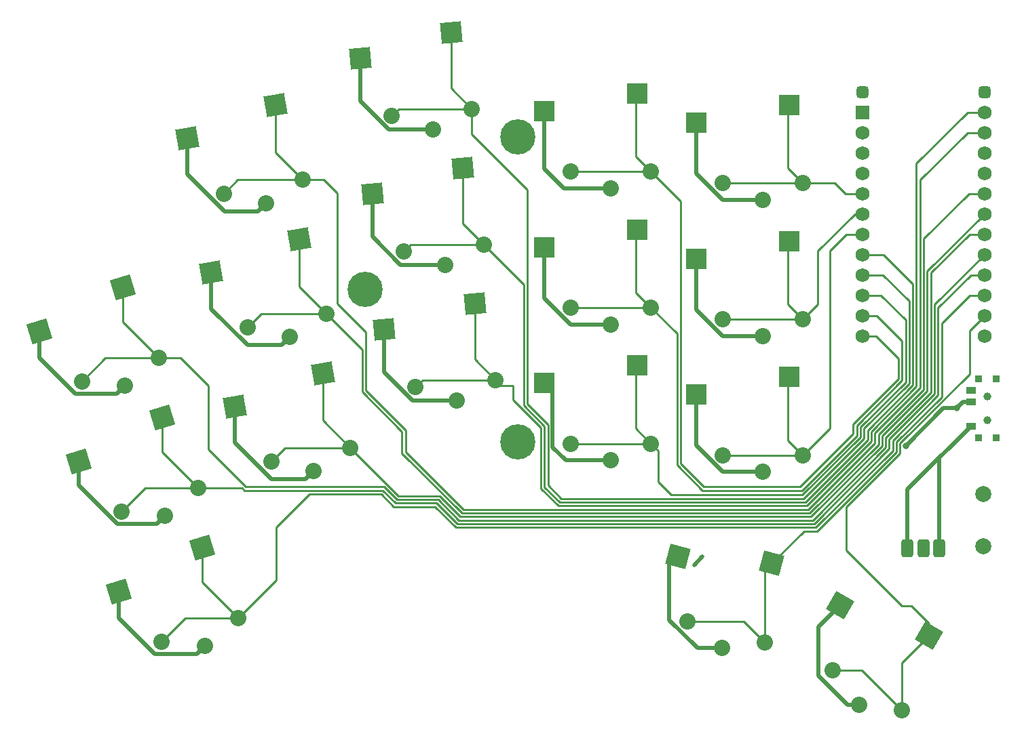
<source format=gtl>
%TF.GenerationSoftware,KiCad,Pcbnew,(6.0.4-0)*%
%TF.CreationDate,2022-04-27T15:29:03+02:00*%
%TF.ProjectId,duck-shorter-thumb,6475636b-2d73-4686-9f72-7465722d7468,v1.0.0*%
%TF.SameCoordinates,Original*%
%TF.FileFunction,Copper,L1,Top*%
%TF.FilePolarity,Positive*%
%FSLAX46Y46*%
G04 Gerber Fmt 4.6, Leading zero omitted, Abs format (unit mm)*
G04 Created by KiCad (PCBNEW (6.0.4-0)) date 2022-04-27 15:29:03*
%MOMM*%
%LPD*%
G01*
G04 APERTURE LIST*
G04 Aperture macros list*
%AMRoundRect*
0 Rectangle with rounded corners*
0 $1 Rounding radius*
0 $2 $3 $4 $5 $6 $7 $8 $9 X,Y pos of 4 corners*
0 Add a 4 corners polygon primitive as box body*
4,1,4,$2,$3,$4,$5,$6,$7,$8,$9,$2,$3,0*
0 Add four circle primitives for the rounded corners*
1,1,$1+$1,$2,$3*
1,1,$1+$1,$4,$5*
1,1,$1+$1,$6,$7*
1,1,$1+$1,$8,$9*
0 Add four rect primitives between the rounded corners*
20,1,$1+$1,$2,$3,$4,$5,0*
20,1,$1+$1,$4,$5,$6,$7,0*
20,1,$1+$1,$6,$7,$8,$9,0*
20,1,$1+$1,$8,$9,$2,$3,0*%
%AMRotRect*
0 Rectangle, with rotation*
0 The origin of the aperture is its center*
0 $1 length*
0 $2 width*
0 $3 Rotation angle, in degrees counterclockwise*
0 Add horizontal line*
21,1,$1,$2,0,0,$3*%
G04 Aperture macros list end*
%TA.AperFunction,SMDPad,CuDef*%
%ADD10R,0.900000X0.900000*%
%TD*%
%TA.AperFunction,SMDPad,CuDef*%
%ADD11R,1.250000X0.900000*%
%TD*%
%TA.AperFunction,ComponentPad*%
%ADD12RoundRect,0.375000X-0.375000X-0.750000X0.375000X-0.750000X0.375000X0.750000X-0.375000X0.750000X0*%
%TD*%
%TA.AperFunction,ComponentPad*%
%ADD13C,2.000000*%
%TD*%
%TA.AperFunction,SMDPad,CuDef*%
%ADD14RotRect,2.600000X2.600000X10.000000*%
%TD*%
%TA.AperFunction,ComponentPad*%
%ADD15C,2.032000*%
%TD*%
%TA.AperFunction,SMDPad,CuDef*%
%ADD16RotRect,2.600000X2.600000X5.000000*%
%TD*%
%TA.AperFunction,SMDPad,CuDef*%
%ADD17R,2.600000X2.600000*%
%TD*%
%TA.AperFunction,SMDPad,CuDef*%
%ADD18RotRect,2.600000X2.600000X330.000000*%
%TD*%
%TA.AperFunction,WasherPad*%
%ADD19C,1.000000*%
%TD*%
%TA.AperFunction,SMDPad,CuDef*%
%ADD20RotRect,2.600000X2.600000X17.000000*%
%TD*%
%TA.AperFunction,SMDPad,CuDef*%
%ADD21RotRect,2.600000X2.600000X345.000000*%
%TD*%
%TA.AperFunction,ComponentPad*%
%ADD22R,1.752600X1.752600*%
%TD*%
%TA.AperFunction,ComponentPad*%
%ADD23C,1.752600*%
%TD*%
%TA.AperFunction,ComponentPad*%
%ADD24RoundRect,0.375000X-0.375000X-0.375000X0.375000X-0.375000X0.375000X0.375000X-0.375000X0.375000X0*%
%TD*%
%TA.AperFunction,ComponentPad*%
%ADD25C,4.400000*%
%TD*%
%TA.AperFunction,ViaPad*%
%ADD26C,0.800000*%
%TD*%
%TA.AperFunction,Conductor*%
%ADD27C,0.250000*%
%TD*%
%TA.AperFunction,Conductor*%
%ADD28C,0.500000*%
%TD*%
G04 APERTURE END LIST*
D10*
%TO.P,T1,*%
%TO.N,*%
X161311087Y69616483D03*
X163511087Y77016483D03*
X163511087Y69616483D03*
X161311087Y77016483D03*
D11*
%TO.P,T1,1*%
%TO.N,Braw*%
X160336087Y71066483D03*
%TO.P,T1,2*%
%TO.N,Bplus*%
X160336087Y74066483D03*
%TO.P,T1,3*%
%TO.N,N/C*%
X160336087Y75566483D03*
%TD*%
D12*
%TO.P,PAD1,1*%
%TO.N,Braw*%
X152411087Y55816483D03*
X156411087Y55816483D03*
%TO.P,PAD1,2*%
%TO.N,Bminus*%
X154411087Y55816483D03*
%TD*%
D13*
%TO.P,B1,1*%
%TO.N,RST*%
X161911087Y56066483D03*
%TO.P,B1,2*%
%TO.N,GND*%
X161911087Y62566483D03*
%TD*%
D14*
%TO.P,S11,1*%
%TO.N,P0*%
X73579149Y111173371D03*
%TO.P,S11,2*%
%TO.N,GND*%
X62586645Y107001157D03*
%TD*%
D15*
%TO.P,S34,1*%
%TO.N,P8*%
X143081355Y40569316D03*
X151741609Y35569316D03*
%TO.P,S34,2*%
%TO.N,GND*%
X146361482Y36250663D03*
X146361482Y36250663D03*
%TD*%
D16*
%TO.P,S15,1*%
%TO.N,P18*%
X96965604Y103326961D03*
%TO.P,S15,2*%
%TO.N,GND*%
X85651298Y100128683D03*
%TD*%
D17*
%TO.P,S21,1*%
%TO.N,P16*%
X118686087Y95636017D03*
%TO.P,S21,2*%
%TO.N,GND*%
X107136087Y93436017D03*
%TD*%
D15*
%TO.P,S8,1*%
%TO.N,P3*%
X73026972Y66651093D03*
X82875050Y68387574D03*
%TO.P,S8,2*%
%TO.N,GND*%
X78315672Y65451237D03*
X78315672Y65451237D03*
%TD*%
%TO.P,S14,1*%
%TO.N,P1*%
X91053509Y75957538D03*
X101015456Y76829096D03*
%TO.P,S14,2*%
%TO.N,GND*%
X96217510Y74301308D03*
X96217510Y74301308D03*
%TD*%
%TO.P,S20,1*%
%TO.N,P14*%
X120411087Y68886017D03*
X110411087Y68886017D03*
%TO.P,S20,2*%
%TO.N,GND*%
X115411087Y66786017D03*
X115411087Y66786017D03*
%TD*%
%TO.P,S28,1*%
%TO.N,P20*%
X129377759Y84446289D03*
X139377759Y84446289D03*
%TO.P,S28,2*%
%TO.N,GND*%
X134377759Y82346289D03*
X134377759Y82346289D03*
%TD*%
%TO.P,S26,1*%
%TO.N,P19*%
X129377759Y67446289D03*
X139377759Y67446289D03*
%TO.P,S26,2*%
%TO.N,GND*%
X134377759Y65346289D03*
X134377759Y65346289D03*
%TD*%
D17*
%TO.P,S29,1*%
%TO.N,P21*%
X137652759Y111196289D03*
%TO.P,S29,2*%
%TO.N,GND*%
X126102759Y108996289D03*
%TD*%
D18*
%TO.P,S33,1*%
%TO.N,P8*%
X155122715Y44875564D03*
%TO.P,S33,2*%
%TO.N,GND*%
X144020122Y48745308D03*
%TD*%
D14*
%TO.P,S7,1*%
%TO.N,P3*%
X79483187Y77689907D03*
%TO.P,S7,2*%
%TO.N,GND*%
X68490683Y73517693D03*
%TD*%
D15*
%TO.P,S2,1*%
%TO.N,P6*%
X59359170Y44161364D03*
X68922217Y47085081D03*
%TO.P,S2,2*%
%TO.N,GND*%
X64754674Y43614983D03*
X64754674Y43614983D03*
%TD*%
D19*
%TO.P,T2,*%
%TO.N,*%
X162411087Y74816483D03*
X162411087Y71816483D03*
%TD*%
D20*
%TO.P,S1,1*%
%TO.N,P6*%
X64421967Y55904712D03*
%TO.P,S1,2*%
%TO.N,GND*%
X54019865Y50423948D03*
%TD*%
%TO.P,S5,1*%
%TO.N,P4*%
X54481329Y88419074D03*
%TO.P,S5,2*%
%TO.N,GND*%
X44079227Y82938310D03*
%TD*%
D17*
%TO.P,S27,1*%
%TO.N,P20*%
X137652759Y94196289D03*
%TO.P,S27,2*%
%TO.N,GND*%
X126102759Y91996289D03*
%TD*%
D14*
%TO.P,S9,1*%
%TO.N,P2*%
X76531168Y94431639D03*
%TO.P,S9,2*%
%TO.N,GND*%
X65538664Y90259425D03*
%TD*%
D15*
%TO.P,S16,1*%
%TO.N,P18*%
X99533808Y93764406D03*
X89571861Y92892848D03*
%TO.P,S16,2*%
%TO.N,GND*%
X94735862Y91236618D03*
X94735862Y91236618D03*
%TD*%
%TO.P,S30,1*%
%TO.N,P21*%
X139377759Y101446289D03*
X129377759Y101446289D03*
%TO.P,S30,2*%
%TO.N,GND*%
X134377759Y99346289D03*
X134377759Y99346289D03*
%TD*%
D16*
%TO.P,S13,1*%
%TO.N,P1*%
X98447252Y86391651D03*
%TO.P,S13,2*%
%TO.N,GND*%
X87132946Y83193373D03*
%TD*%
D15*
%TO.P,S24,1*%
%TO.N,P10*%
X110411087Y102886017D03*
X120411087Y102886017D03*
%TO.P,S24,2*%
%TO.N,GND*%
X115411087Y100786017D03*
X115411087Y100786017D03*
%TD*%
D16*
%TO.P,S17,1*%
%TO.N,P15*%
X95483957Y120262271D03*
%TO.P,S17,2*%
%TO.N,GND*%
X84169651Y117063993D03*
%TD*%
D15*
%TO.P,S4,1*%
%TO.N,P5*%
X54388851Y60418545D03*
X63951898Y63342262D03*
%TO.P,S4,2*%
%TO.N,GND*%
X59784355Y59872164D03*
X59784355Y59872164D03*
%TD*%
%TO.P,S10,1*%
%TO.N,P2*%
X70074953Y83392825D03*
X79923031Y85129306D03*
%TO.P,S10,2*%
%TO.N,GND*%
X75363653Y82192969D03*
X75363653Y82192969D03*
%TD*%
%TO.P,S22,1*%
%TO.N,P16*%
X110411087Y85886017D03*
X120411087Y85886017D03*
%TO.P,S22,2*%
%TO.N,GND*%
X115411087Y83786017D03*
X115411087Y83786017D03*
%TD*%
D21*
%TO.P,S31,1*%
%TO.N,P7*%
X135477263Y53938364D03*
%TO.P,S31,2*%
%TO.N,GND*%
X123751418Y54802687D03*
%TD*%
D22*
%TO.P,MCU1,1*%
%TO.N,RAW*%
X146791087Y110286483D03*
D23*
%TO.P,MCU1,2*%
%TO.N,GND*%
X146791087Y107746483D03*
%TO.P,MCU1,3*%
%TO.N,RST*%
X146791087Y105206483D03*
%TO.P,MCU1,4*%
%TO.N,VCC*%
X146791087Y102666483D03*
%TO.P,MCU1,5*%
%TO.N,P21*%
X146791087Y100126483D03*
%TO.P,MCU1,6*%
%TO.N,P20*%
X146791087Y97586483D03*
%TO.P,MCU1,7*%
%TO.N,P19*%
X146791087Y95046483D03*
%TO.P,MCU1,8*%
%TO.N,P18*%
X146791087Y92506483D03*
%TO.P,MCU1,9*%
%TO.N,P15*%
X146791087Y89966483D03*
%TO.P,MCU1,10*%
%TO.N,P14*%
X146791087Y87426483D03*
%TO.P,MCU1,11*%
%TO.N,P16*%
X146791087Y84886483D03*
%TO.P,MCU1,12*%
%TO.N,P10*%
X146791087Y82346483D03*
%TO.P,MCU1,13*%
%TO.N,P1*%
X162031087Y110286483D03*
%TO.P,MCU1,14*%
%TO.N,P0*%
X162031087Y107746483D03*
%TO.P,MCU1,15*%
%TO.N,GND*%
X162031087Y105206483D03*
%TO.P,MCU1,16*%
X162031087Y102666483D03*
%TO.P,MCU1,17*%
%TO.N,P2*%
X162031087Y100126483D03*
%TO.P,MCU1,18*%
%TO.N,P3*%
X162031087Y97586483D03*
%TO.P,MCU1,19*%
%TO.N,P4*%
X162031087Y95046483D03*
%TO.P,MCU1,20*%
%TO.N,P5*%
X162031087Y92506483D03*
%TO.P,MCU1,21*%
%TO.N,P6*%
X162031087Y89966483D03*
%TO.P,MCU1,22*%
%TO.N,P7*%
X162031087Y87426483D03*
%TO.P,MCU1,23*%
%TO.N,P8*%
X162031087Y84886483D03*
%TO.P,MCU1,24*%
%TO.N,P9*%
X162031087Y82346483D03*
D24*
%TO.P,MCU1,25*%
%TO.N,Bplus*%
X146791087Y112826483D03*
%TO.N,Bminus*%
X162031087Y112826483D03*
%TD*%
D20*
%TO.P,S3,1*%
%TO.N,P5*%
X59451648Y72161893D03*
%TO.P,S3,2*%
%TO.N,GND*%
X49049546Y66681129D03*
%TD*%
D15*
%TO.P,S32,1*%
%TO.N,P7*%
X134620000Y44074125D03*
X124960741Y46662315D03*
%TO.P,S32,2*%
%TO.N,GND*%
X129246851Y43339776D03*
X129246851Y43339776D03*
%TD*%
D25*
%TO.P,REF\u002A\u002A,1*%
%TO.N,N/C*%
X84747220Y88141427D03*
X103797220Y69091427D03*
X103797220Y107191427D03*
%TD*%
D15*
%TO.P,S12,1*%
%TO.N,P0*%
X76971012Y101871038D03*
X67122934Y100134557D03*
%TO.P,S12,2*%
%TO.N,GND*%
X72411634Y98934701D03*
X72411634Y98934701D03*
%TD*%
D17*
%TO.P,S23,1*%
%TO.N,P10*%
X118686087Y112636017D03*
%TO.P,S23,2*%
%TO.N,GND*%
X107136087Y110436017D03*
%TD*%
%TO.P,S25,1*%
%TO.N,P19*%
X137652759Y77196289D03*
%TO.P,S25,2*%
%TO.N,GND*%
X126102759Y74996289D03*
%TD*%
D15*
%TO.P,S6,1*%
%TO.N,P4*%
X49418532Y76675726D03*
X58981579Y79599443D03*
%TO.P,S6,2*%
%TO.N,GND*%
X54814036Y76129345D03*
X54814036Y76129345D03*
%TD*%
D17*
%TO.P,S19,1*%
%TO.N,P14*%
X118686087Y78636017D03*
%TO.P,S19,2*%
%TO.N,GND*%
X107136087Y76436017D03*
%TD*%
D15*
%TO.P,S18,1*%
%TO.N,P15*%
X88090214Y109828158D03*
X98052161Y110699716D03*
%TO.P,S18,2*%
%TO.N,GND*%
X93254215Y108171928D03*
X93254215Y108171928D03*
%TD*%
D26*
%TO.N,Bplus*%
X158572200Y73304400D03*
X152222200Y68605400D03*
%TD*%
D27*
%TO.N,P6*%
X96075173Y58420000D02*
X140968564Y58420000D01*
X62282887Y47085081D02*
X59359170Y44161364D01*
X156233040Y85875040D02*
X160324483Y89966483D01*
X88341409Y61014064D02*
X93481109Y61014064D01*
X77840960Y62600960D02*
X86754511Y62600960D01*
X68922217Y47085081D02*
X62282887Y47085081D01*
X156233040Y74912290D02*
X156233040Y85875040D01*
X73660000Y58420000D02*
X77840960Y62600960D01*
X73660000Y51822864D02*
X73660000Y58420000D01*
X150598649Y68050085D02*
X150598649Y69277899D01*
X68922217Y47085081D02*
X73660000Y51822864D01*
X140968564Y58420000D02*
X150598649Y68050085D01*
X86754511Y62600960D02*
X88341409Y61014064D01*
X93481109Y61014064D02*
X96075173Y58420000D01*
X64421967Y55904712D02*
X64421967Y51585331D01*
X150598649Y69277899D02*
X156233040Y74912290D01*
X64421967Y51585331D02*
X68922217Y47085081D01*
X160324483Y89966483D02*
X162031087Y89966483D01*
D28*
%TO.N,GND*%
X53878684Y58856165D02*
X49049546Y63685303D01*
X90637192Y74301308D02*
X87132946Y77805554D01*
X129405212Y65346289D02*
X126102759Y68648742D01*
X87673897Y108171928D02*
X84169651Y111676174D01*
X67206698Y97918702D02*
X62586645Y102538755D01*
X129246851Y43339776D02*
X126210733Y43339776D01*
X126102759Y85648742D02*
X126102759Y91996289D01*
X115411087Y66786017D02*
X109815760Y66786017D01*
X125807135Y53741241D02*
X126868581Y54802687D01*
X134377759Y82346289D02*
X129405212Y82346289D01*
X84169651Y111676174D02*
X84169651Y117063993D01*
X96217510Y74301308D02*
X90637192Y74301308D01*
X70080030Y81176970D02*
X65538664Y85718336D01*
X141307237Y39868068D02*
X141307237Y46032423D01*
X59784355Y59872164D02*
X58768356Y58856165D01*
X77299673Y64435238D02*
X73105762Y64435238D01*
X54019865Y47072135D02*
X54019865Y50423948D01*
X126102759Y102648742D02*
X126102759Y108996289D01*
X68490683Y69050317D02*
X68490683Y73517693D01*
X126210733Y43339776D02*
X122689972Y46860537D01*
X93254215Y108171928D02*
X87673897Y108171928D01*
X72411634Y98934701D02*
X71395635Y97918702D01*
X44079227Y79593373D02*
X44079227Y82938310D01*
X64754674Y43614983D02*
X63738675Y42598984D01*
X129405212Y99346289D02*
X126102759Y102648742D01*
X107136087Y103216201D02*
X107136087Y110436017D01*
X115411087Y100786017D02*
X109566271Y100786017D01*
X73105762Y64435238D02*
X68490683Y69050317D01*
X110438540Y83786017D02*
X107136087Y87088470D01*
X141307237Y46032423D02*
X144020122Y48745308D01*
X144924642Y36250663D02*
X141307237Y39868068D01*
X108153560Y68448217D02*
X108153560Y75418544D01*
X129405212Y82346289D02*
X126102759Y85648742D01*
X62586645Y102538755D02*
X62586645Y107001157D01*
X115411087Y83786017D02*
X110438540Y83786017D01*
X58493016Y42598984D02*
X54019865Y47072135D01*
X126102759Y68648742D02*
X126102759Y74996289D01*
X85651298Y94740864D02*
X85651298Y100128683D01*
X107136087Y87088470D02*
X107136087Y93436017D01*
X108153560Y76015027D02*
X107136087Y77032500D01*
X109566271Y100786017D02*
X107136087Y103216201D01*
X134377759Y65346289D02*
X129405212Y65346289D01*
X87132946Y77805554D02*
X87132946Y83193373D01*
X78315672Y65451237D02*
X77299673Y64435238D01*
X122689972Y46860537D02*
X122689972Y53741241D01*
X58768356Y58856165D02*
X53878684Y58856165D01*
X63738675Y42598984D02*
X58493016Y42598984D01*
X53798037Y75113346D02*
X48559254Y75113346D01*
X48559254Y75113346D02*
X44079227Y79593373D01*
X134377759Y99346289D02*
X129405212Y99346289D01*
X49049546Y63685303D02*
X49049546Y66681129D01*
X75363653Y82192969D02*
X74347654Y81176970D01*
X94735862Y91236618D02*
X89155544Y91236618D01*
X146361482Y36250663D02*
X144924642Y36250663D01*
X109815760Y66786017D02*
X108153560Y68448217D01*
X74347654Y81176970D02*
X70080030Y81176970D01*
X54814036Y76129345D02*
X53798037Y75113346D01*
X89155544Y91236618D02*
X85651298Y94740864D01*
X65538664Y85718336D02*
X65538664Y90259425D01*
X71395635Y97918702D02*
X67206698Y97918702D01*
D27*
%TO.N,P5*%
X155783520Y86258916D02*
X162031087Y92506483D01*
X88527606Y61463584D02*
X93667305Y61463584D01*
X69397420Y63342262D02*
X69689203Y63050480D01*
X59451648Y67842512D02*
X63951898Y63342262D01*
X155783520Y75098488D02*
X155783520Y86258916D01*
X140782366Y58869520D02*
X150149129Y68236283D01*
X63951898Y63342262D02*
X69397420Y63342262D01*
X69689203Y63050480D02*
X86940708Y63050480D01*
X63951898Y63342262D02*
X57312568Y63342262D01*
X150149129Y68236283D02*
X150149129Y69464097D01*
X57312568Y63342262D02*
X54388851Y60418545D01*
X150149129Y69464097D02*
X155783520Y75098488D01*
X86940708Y63050480D02*
X88527606Y61463584D01*
X93667305Y61463584D02*
X96261369Y58869520D01*
X96261369Y58869520D02*
X140782366Y58869520D01*
X59451648Y72161893D02*
X59451648Y67842512D01*
%TO.N,P4*%
X69875400Y63500000D02*
X87126906Y63500000D01*
X58981579Y79599443D02*
X52342249Y79599443D01*
X54481329Y88419074D02*
X54481329Y84099693D01*
X52342249Y79599443D02*
X49418532Y76675726D01*
X54481329Y84099693D02*
X58981579Y79599443D01*
X65176400Y76123800D02*
X65176400Y68199000D01*
X93853502Y61913104D02*
X96447566Y59319040D01*
X58981579Y79599443D02*
X61700757Y79599443D01*
X160146683Y95046483D02*
X162031087Y95046483D01*
X149699609Y69650295D02*
X155334000Y75284686D01*
X61700757Y79599443D02*
X65176400Y76123800D01*
X155334000Y75284686D02*
X155334000Y90233800D01*
X140596168Y59319040D02*
X149699609Y68422481D01*
X149699609Y68422481D02*
X149699609Y69650295D01*
X87126906Y63500000D02*
X88713803Y61913104D01*
X96447566Y59319040D02*
X140596168Y59319040D01*
X88713803Y61913104D02*
X93853502Y61913104D01*
X65176400Y68199000D02*
X69875400Y63500000D01*
X155334000Y90233800D02*
X160146683Y95046483D01*
%TO.N,P3*%
X88900000Y62362624D02*
X94039700Y62362624D01*
X154884480Y90439876D02*
X162031087Y97586483D01*
X94039700Y62362624D02*
X96633764Y59768560D01*
X79483187Y71779437D02*
X82875050Y68387574D01*
X149250089Y68608679D02*
X149250089Y69836493D01*
X82875050Y68387574D02*
X74763453Y68387574D01*
X79483187Y77689907D02*
X79483187Y71779437D01*
X74763453Y68387574D02*
X73026972Y66651093D01*
X82875050Y68387574D02*
X88900000Y62362624D01*
X149250089Y69836493D02*
X154884480Y75470884D01*
X154884480Y75470884D02*
X154884480Y90439876D01*
X140409970Y59768560D02*
X149250089Y68608679D01*
X96633764Y59768560D02*
X140409970Y59768560D01*
%TO.N,P2*%
X154434960Y75657082D02*
X154434960Y94490960D01*
X76531168Y88521169D02*
X79923031Y85129306D01*
X84386480Y80665857D02*
X84386480Y75353403D01*
X148800569Y70022691D02*
X154434960Y75657082D01*
X76531168Y94431639D02*
X76531168Y88521169D01*
X148800569Y68794877D02*
X148800569Y70022691D01*
X84386480Y75353403D02*
X89349520Y70390363D01*
X154434960Y94490960D02*
X160070483Y100126483D01*
X140223772Y60218080D02*
X148800569Y68794877D01*
X96819962Y60218080D02*
X140223772Y60218080D01*
X79923031Y85129306D02*
X71811434Y85129306D01*
X89349520Y70390363D02*
X89349520Y67688522D01*
X79923031Y85129306D02*
X84386480Y80665857D01*
X89349520Y67688522D02*
X96819962Y60218080D01*
X71811434Y85129306D02*
X70074953Y83392825D01*
X160070483Y100126483D02*
X162031087Y100126483D01*
%TO.N,P0*%
X68859415Y101871038D02*
X67122934Y100134557D01*
X148351049Y70208889D02*
X153985440Y75843280D01*
X84836000Y75539601D02*
X89799040Y70576560D01*
X97006160Y60667600D02*
X140037574Y60667600D01*
X73579149Y111173371D02*
X73579149Y105262901D01*
X89799040Y70576560D02*
X89799040Y67874720D01*
X81280000Y86360000D02*
X84836000Y82804000D01*
X140037574Y60667600D02*
X148351049Y68981075D01*
X76971012Y101871038D02*
X68859415Y101871038D01*
X79561162Y101871038D02*
X81280000Y100152200D01*
X84836000Y82804000D02*
X84836000Y75539601D01*
X89799040Y67874720D02*
X97006160Y60667600D01*
X153985440Y75843280D02*
X153985440Y101839240D01*
X153985440Y101839240D02*
X159892683Y107746483D01*
X76971012Y101871038D02*
X79561162Y101871038D01*
X148351049Y68981075D02*
X148351049Y70208889D01*
X159892683Y107746483D02*
X162031087Y107746483D01*
X73579149Y105262901D02*
X76971012Y101871038D01*
X81280000Y100152200D02*
X81280000Y86360000D01*
%TO.N,P1*%
X101015456Y76829096D02*
X101683852Y76160700D01*
X91925067Y76829096D02*
X91053509Y75957538D01*
X106680000Y63284724D02*
X108847604Y61117120D01*
X153535920Y76029478D02*
X153535920Y103929720D01*
X101015456Y76829096D02*
X98447252Y79397300D01*
X98447252Y79397300D02*
X98447252Y86391651D01*
X147901529Y69167273D02*
X147901529Y70395087D01*
X101683852Y76160700D02*
X103244938Y76160700D01*
X147901529Y70395087D02*
X153535920Y76029478D01*
X139851376Y61117120D02*
X147901529Y69167273D01*
X101015456Y76829096D02*
X91925067Y76829096D01*
X108847604Y61117120D02*
X139851376Y61117120D01*
X106680000Y70883508D02*
X106680000Y63284724D01*
X103244938Y74318570D02*
X106680000Y70883508D01*
X159892683Y110286483D02*
X162031087Y110286483D01*
X103244938Y76160700D02*
X103244938Y74318570D01*
X153535920Y103929720D02*
X159892683Y110286483D01*
%TO.N,P18*%
X107129520Y71069705D02*
X107129520Y63470922D01*
X99533808Y93764406D02*
X90443419Y93764406D01*
X96965604Y96332610D02*
X99533808Y93764406D01*
X104528680Y73670546D02*
X107129520Y71069705D01*
X149428517Y92506483D02*
X146791087Y92506483D01*
X147452009Y69353471D02*
X147452009Y70581285D01*
X96965604Y103326961D02*
X96965604Y96332610D01*
X153086400Y76215676D02*
X153086400Y88848600D01*
X139665178Y61566640D02*
X147452009Y69353471D01*
X109033802Y61566640D02*
X139665178Y61566640D01*
X104528680Y88769534D02*
X104528680Y73670546D01*
X153086400Y88848600D02*
X149428517Y92506483D01*
X99533808Y93764406D02*
X104528680Y88769534D01*
X90443419Y93764406D02*
X89571861Y92892848D01*
X107129520Y63470922D02*
X109033802Y61566640D01*
X147452009Y70581285D02*
X153086400Y76215676D01*
%TO.N,P15*%
X152636880Y86707320D02*
X149377717Y89966483D01*
X104978200Y73856744D02*
X107579040Y71255902D01*
X107579040Y63657120D02*
X109220000Y62016160D01*
X147002489Y70767483D02*
X152636880Y76401874D01*
X95483957Y120262271D02*
X95483957Y113267920D01*
X104978200Y100615750D02*
X104978200Y73856744D01*
X152636880Y76401874D02*
X152636880Y86707320D01*
X98052161Y107541789D02*
X104978200Y100615750D01*
X107579040Y71255902D02*
X107579040Y63657120D01*
X88961772Y110699716D02*
X88090214Y109828158D01*
X109220000Y62016160D02*
X139478980Y62016160D01*
X98052161Y110699716D02*
X88961772Y110699716D01*
X98052161Y110699716D02*
X98052161Y107541789D01*
X95483957Y113267920D02*
X98052161Y110699716D01*
X147002489Y69539669D02*
X147002489Y70767483D01*
X139478980Y62016160D02*
X147002489Y69539669D01*
X149377717Y89966483D02*
X146791087Y89966483D01*
%TO.N,P14*%
X146552969Y70953681D02*
X146552969Y69725867D01*
X121313587Y67983517D02*
X120411087Y68886017D01*
X146791087Y87426483D02*
X149072917Y87426483D01*
X146552969Y69725867D02*
X139292782Y62465680D01*
X120411087Y68886017D02*
X110411087Y68886017D01*
X152187360Y84312040D02*
X152187360Y76588072D01*
X118536566Y78486496D02*
X118536566Y70760538D01*
X152187360Y76588072D02*
X146552969Y70953681D01*
X121313587Y64106413D02*
X121313587Y67983517D01*
X118536566Y70760538D02*
X120411087Y68886017D01*
X149072917Y87426483D02*
X152187360Y84312040D01*
X118686087Y78636017D02*
X118536566Y78486496D01*
X122954320Y62465680D02*
X121313587Y64106413D01*
X139292782Y62465680D02*
X122954320Y62465680D01*
%TO.N,P16*%
X148615717Y84886483D02*
X146791087Y84886483D01*
X123654880Y66209402D02*
X126813802Y63050480D01*
X120411087Y85886017D02*
X123654880Y82642224D01*
X118536566Y87760538D02*
X120411087Y85886017D01*
X146103449Y71139879D02*
X151737840Y76774270D01*
X110411087Y85886017D02*
X120411087Y85886017D01*
X146103449Y69912065D02*
X146103449Y71139879D01*
X151737840Y81764360D02*
X148615717Y84886483D01*
X118536566Y95486496D02*
X118536566Y87760538D01*
X123654880Y82642224D02*
X123654880Y66209402D01*
X139241864Y63050480D02*
X146103449Y69912065D01*
X151737840Y76774270D02*
X151737840Y81764360D01*
X126813802Y63050480D02*
X139241864Y63050480D01*
X118686087Y95636017D02*
X118536566Y95486496D01*
%TO.N,P10*%
X118536566Y112486496D02*
X118536566Y104760538D01*
X139055666Y63500000D02*
X145653929Y70098263D01*
X127000000Y63500000D02*
X139055666Y63500000D01*
X151288320Y79521480D02*
X148463317Y82346483D01*
X124104400Y99192704D02*
X124104400Y66395600D01*
X124104400Y66395600D02*
X127000000Y63500000D01*
X145653929Y71326077D02*
X151288320Y76960468D01*
X120411087Y102886017D02*
X110411087Y102886017D01*
X118686087Y112636017D02*
X118536566Y112486496D01*
X148463317Y82346483D02*
X146791087Y82346483D01*
X151288320Y76960468D02*
X151288320Y79521480D01*
X145653929Y70098263D02*
X145653929Y71326077D01*
X120411087Y102886017D02*
X124104400Y99192704D01*
X118536566Y104760538D02*
X120411087Y102886017D01*
%TO.N,P19*%
X144746866Y95046483D02*
X146791087Y95046483D01*
X142714672Y93014289D02*
X144746866Y95046483D01*
X139377759Y67446289D02*
X129377759Y67446289D01*
X142714672Y70783202D02*
X142714672Y93014289D01*
X137503238Y77046768D02*
X137652759Y77196289D01*
X137503238Y69320810D02*
X137503238Y77046768D01*
X139377759Y67446289D02*
X142714672Y70783202D01*
X139377759Y67446289D02*
X137503238Y69320810D01*
%TO.N,P20*%
X141252280Y86320810D02*
X141252280Y92962014D01*
X137503238Y86320810D02*
X137503238Y94046768D01*
X141252280Y92962014D02*
X145876749Y97586483D01*
X139377759Y84446289D02*
X137503238Y86320810D01*
X137503238Y94046768D02*
X137652759Y94196289D01*
X145876749Y97586483D02*
X146791087Y97586483D01*
X129377759Y84446289D02*
X139377759Y84446289D01*
X139377759Y84446289D02*
X141252280Y86320810D01*
%TO.N,P21*%
X139377759Y101446289D02*
X143367759Y101446289D01*
X146194604Y100126483D02*
X146791087Y100126483D01*
X144687565Y100126483D02*
X146791087Y100126483D01*
X137503238Y103320810D02*
X137503238Y111046768D01*
X143367759Y101446289D02*
X144687565Y100126483D01*
X137503238Y111046768D02*
X137652759Y111196289D01*
X139377759Y101446289D02*
X137503238Y103320810D01*
X129377759Y101446289D02*
X128961789Y101446289D01*
X129377759Y101446289D02*
X139377759Y101446289D01*
X128961789Y101446289D02*
X128846272Y101561806D01*
%TO.N,P7*%
X151048169Y69091701D02*
X156682560Y74726092D01*
X132031810Y46662315D02*
X124960741Y46662315D01*
X135477263Y53938364D02*
X139509379Y57970480D01*
X134620000Y44074125D02*
X132031810Y46662315D01*
X156682560Y83936960D02*
X160172083Y87426483D01*
X156682560Y74726092D02*
X156682560Y83936960D01*
X141154762Y57970480D02*
X151048169Y67863887D01*
X151048169Y67863887D02*
X151048169Y69091701D01*
X160172083Y87426483D02*
X162031087Y87426483D01*
X139509379Y57970480D02*
X141154762Y57970480D01*
X134620000Y53081101D02*
X134620000Y44074125D01*
%TO.N,P8*%
X160146683Y83002079D02*
X162031087Y84886483D01*
X151730418Y48590200D02*
X144780000Y55540618D01*
X144780000Y55540618D02*
X144780000Y60960000D01*
X146741609Y40569316D02*
X143081355Y40569316D01*
X155122715Y46376675D02*
X152909190Y48590200D01*
X155122715Y44875564D02*
X151741609Y41494458D01*
X160146683Y77554497D02*
X160146683Y83002079D01*
X144780000Y60960000D02*
X151497689Y67677689D01*
X151741609Y35569316D02*
X146741609Y40569316D01*
X151497689Y68905503D02*
X160146683Y77554497D01*
X151741609Y41494458D02*
X151741609Y35569316D01*
X152909190Y48590200D02*
X151730418Y48590200D01*
X151497689Y67677689D02*
X151497689Y68905503D01*
X155122715Y44875564D02*
X155122715Y46376675D01*
D28*
%TO.N,Bplus*%
X159334283Y74066483D02*
X158572200Y73304400D01*
X160336087Y74066483D02*
X159334283Y74066483D01*
X152222200Y68605400D02*
X156921200Y73304400D01*
X156921200Y73304400D02*
X158572200Y73304400D01*
%TO.N,Braw*%
X152411087Y55816483D02*
X152411087Y63155487D01*
X156411087Y67155487D02*
X156411087Y55816483D01*
X157810200Y68554600D02*
X156411087Y67155487D01*
X152411087Y63155487D02*
X156411087Y67155487D01*
X157824204Y68554600D02*
X157810200Y68554600D01*
X160336087Y71066483D02*
X157824204Y68554600D01*
%TD*%
M02*

</source>
